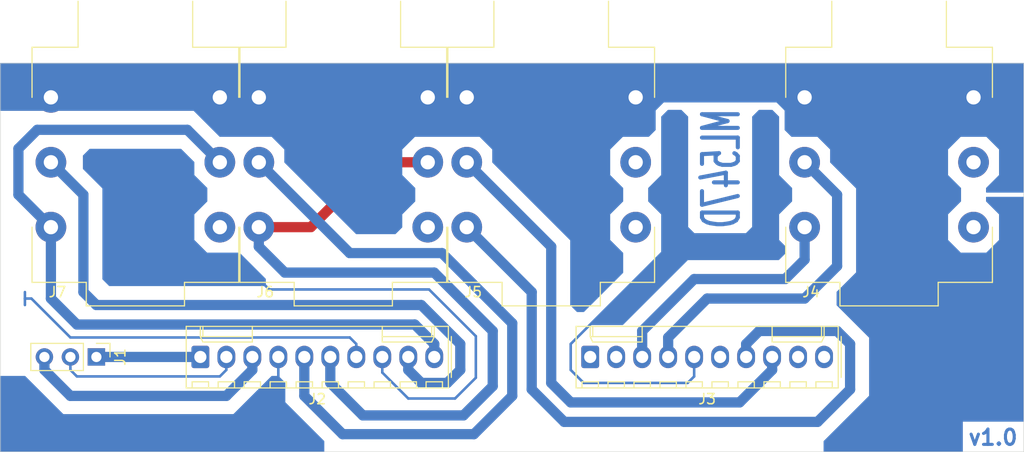
<source format=kicad_pcb>
(kicad_pcb (version 20171130) (host pcbnew 5.1.7-a382d34a8~87~ubuntu16.04.1)

  (general
    (thickness 1.6)
    (drawings 13)
    (tracks 119)
    (zones 0)
    (modules 7)
    (nets 28)
  )

  (page A4)
  (layers
    (0 F.Cu signal)
    (31 B.Cu signal)
    (32 B.Adhes user)
    (33 F.Adhes user)
    (34 B.Paste user)
    (35 F.Paste user)
    (36 B.SilkS user)
    (37 F.SilkS user)
    (38 B.Mask user)
    (39 F.Mask user)
    (40 Dwgs.User user)
    (41 Cmts.User user)
    (42 Eco1.User user)
    (43 Eco2.User user)
    (44 Edge.Cuts user)
    (45 Margin user)
    (46 B.CrtYd user)
    (47 F.CrtYd user)
    (48 B.Fab user)
    (49 F.Fab user)
  )

  (setup
    (last_trace_width 0.25)
    (user_trace_width 1)
    (user_trace_width 4)
    (trace_clearance 0.2)
    (zone_clearance 0.508)
    (zone_45_only no)
    (trace_min 0.2)
    (via_size 0.8)
    (via_drill 0.4)
    (via_min_size 0.4)
    (via_min_drill 0.3)
    (uvia_size 0.3)
    (uvia_drill 0.1)
    (uvias_allowed no)
    (uvia_min_size 0.2)
    (uvia_min_drill 0.1)
    (edge_width 0.05)
    (segment_width 0.2)
    (pcb_text_width 0.3)
    (pcb_text_size 1.5 1.5)
    (mod_edge_width 0.12)
    (mod_text_size 1 1)
    (mod_text_width 0.15)
    (pad_size 1.524 1.524)
    (pad_drill 0.762)
    (pad_to_mask_clearance 0)
    (aux_axis_origin 0 0)
    (visible_elements FFFFFF7F)
    (pcbplotparams
      (layerselection 0x010fc_ffffffff)
      (usegerberextensions false)
      (usegerberattributes true)
      (usegerberadvancedattributes true)
      (creategerberjobfile true)
      (excludeedgelayer true)
      (linewidth 0.100000)
      (plotframeref false)
      (viasonmask false)
      (mode 1)
      (useauxorigin false)
      (hpglpennumber 1)
      (hpglpenspeed 20)
      (hpglpendiameter 15.000000)
      (psnegative false)
      (psa4output false)
      (plotreference true)
      (plotvalue true)
      (plotinvisibletext false)
      (padsonsilk false)
      (subtractmaskfromsilk false)
      (outputformat 1)
      (mirror false)
      (drillshape 1)
      (scaleselection 1)
      (outputdirectory ""))
  )

  (net 0 "")
  (net 1 "Net-(J1-Pad2)")
  (net 2 "Net-(J1-Pad1)")
  (net 3 "Net-(J2-Pad7)")
  (net 4 "Net-(J2-Pad6)")
  (net 5 "Net-(J2-Pad5)")
  (net 6 "Net-(J2-Pad4)")
  (net 7 "Net-(J3-Pad10)")
  (net 8 "Net-(J3-Pad9)")
  (net 9 "Net-(J3-Pad8)")
  (net 10 "Net-(J3-Pad7)")
  (net 11 "Net-(J3-Pad6)")
  (net 12 "Net-(J3-Pad5)")
  (net 13 "Net-(J3-Pad4)")
  (net 14 "Net-(J3-Pad3)")
  (net 15 "Net-(J3-Pad2)")
  (net 16 "Net-(J3-Pad1)")
  (net 17 "Net-(J4-PadS)")
  (net 18 "Net-(J4-PadRN)")
  (net 19 "Net-(J4-PadTN)")
  (net 20 "Net-(J5-PadRN)")
  (net 21 "Net-(J5-PadTN)")
  (net 22 "Net-(J6-PadTN)")
  (net 23 "Net-(J7-PadTN)")
  (net 24 "Net-(J1-Pad3)")
  (net 25 "Net-(J2-Pad10)")
  (net 26 "Net-(J2-Pad9)")
  (net 27 "Net-(J2-Pad8)")

  (net_class Default "This is the default net class."
    (clearance 0.2)
    (trace_width 0.25)
    (via_dia 0.8)
    (via_drill 0.4)
    (uvia_dia 0.3)
    (uvia_drill 0.1)
    (add_net "Net-(J1-Pad1)")
    (add_net "Net-(J1-Pad2)")
    (add_net "Net-(J1-Pad3)")
    (add_net "Net-(J2-Pad10)")
    (add_net "Net-(J2-Pad4)")
    (add_net "Net-(J2-Pad5)")
    (add_net "Net-(J2-Pad6)")
    (add_net "Net-(J2-Pad7)")
    (add_net "Net-(J2-Pad8)")
    (add_net "Net-(J2-Pad9)")
    (add_net "Net-(J3-Pad1)")
    (add_net "Net-(J3-Pad10)")
    (add_net "Net-(J3-Pad2)")
    (add_net "Net-(J3-Pad3)")
    (add_net "Net-(J3-Pad4)")
    (add_net "Net-(J3-Pad5)")
    (add_net "Net-(J3-Pad6)")
    (add_net "Net-(J3-Pad7)")
    (add_net "Net-(J3-Pad8)")
    (add_net "Net-(J3-Pad9)")
    (add_net "Net-(J4-PadRN)")
    (add_net "Net-(J4-PadS)")
    (add_net "Net-(J4-PadTN)")
    (add_net "Net-(J5-PadRN)")
    (add_net "Net-(J5-PadTN)")
    (add_net "Net-(J6-PadTN)")
    (add_net "Net-(J7-PadTN)")
  )

  (module TAC:CL13345 (layer F.Cu) (tedit 5F96A063) (tstamp 5FB74365)
    (at 116.84 147.32 90)
    (path /5FB1B38E)
    (fp_text reference J4 (at -19.05 -7.62 180) (layer F.SilkS)
      (effects (font (size 1 1) (thickness 0.15)))
    )
    (fp_text value "Input R" (at -6.35 -1.27 270) (layer F.Fab)
      (effects (font (size 1 1) (thickness 0.15)))
    )
    (fp_line (start -18.1 10.1) (end -12.7 10.1) (layer F.SilkS) (width 0.12))
    (fp_line (start -18.1 4.8) (end -18.1 10.1) (layer F.SilkS) (width 0.12))
    (fp_line (start -20.4 4.8) (end -18.1 4.8) (layer F.SilkS) (width 0.12))
    (fp_line (start -20.4 -4.8) (end -20.4 4.8) (layer F.SilkS) (width 0.12))
    (fp_line (start -18.1 -4.8) (end -20.4 -4.8) (layer F.SilkS) (width 0.12))
    (fp_line (start -18.1 -10.1) (end -18.1 -4.8) (layer F.SilkS) (width 0.12))
    (fp_line (start -12.7 -10.1) (end -18.1 -10.1) (layer F.SilkS) (width 0.12))
    (fp_line (start 4.9 10.1) (end 0 10.1) (layer F.SilkS) (width 0.12))
    (fp_line (start 4.9 5.6) (end 4.9 10.1) (layer F.SilkS) (width 0.12))
    (fp_line (start 9.4 5.6) (end 4.9 5.6) (layer F.SilkS) (width 0.12))
    (fp_line (start 4.9 -10.1) (end 0 -10.1) (layer F.SilkS) (width 0.12))
    (fp_line (start 4.9 -5.6) (end 4.9 -10.1) (layer F.SilkS) (width 0.12))
    (fp_line (start 9.4 -5.6) (end 4.9 -5.6) (layer F.SilkS) (width 0.12))
    (fp_line (start 9.4 5.5) (end 4.8 5.5) (layer F.Fab) (width 0.12))
    (fp_line (start 9.4 -5.5) (end 4.8 -5.5) (layer F.Fab) (width 0.12))
    (fp_line (start 9.4 5.5) (end 9.4 -5.5) (layer F.Fab) (width 0.12))
    (fp_line (start -20.3 4.7) (end -18 4.7) (layer F.Fab) (width 0.12))
    (fp_line (start -20.3 -4.7) (end -18 -4.7) (layer F.Fab) (width 0.12))
    (fp_line (start -20.3 4.7) (end -20.3 -4.7) (layer F.Fab) (width 0.12))
    (fp_line (start -18 10) (end 4.8 10) (layer F.Fab) (width 0.12))
    (fp_line (start -18 -10) (end -18 10) (layer F.Fab) (width 0.12))
    (fp_line (start 4.8 -10) (end -18 -10) (layer F.Fab) (width 0.12))
    (fp_line (start 4.8 -10) (end 4.8 10) (layer F.Fab) (width 0.12))
    (fp_line (start -20.5 -10.1) (end 9.5 -10.1) (layer F.CrtYd) (width 0.05))
    (fp_line (start 9.5 -10.1) (end 9.5 10.1) (layer F.CrtYd) (width 0.05))
    (fp_line (start 9.5 10.1) (end -20.5 10.1) (layer F.CrtYd) (width 0.05))
    (fp_line (start -20.5 10.1) (end -20.5 -10.1) (layer F.CrtYd) (width 0.05))
    (fp_text user Jack_6.35mm_Cliff_CL13345 (at -6.35 1.27 90) (layer F.Fab)
      (effects (font (size 1 1) (thickness 0.15)))
    )
    (pad S thru_hole circle (at 0 -8.255 180) (size 3 3) (drill 1.4) (layers *.Cu *.Mask)
      (net 17 "Net-(J4-PadS)"))
    (pad T thru_hole circle (at -12.7 -8.255 180) (size 3 3) (drill 1.4) (layers *.Cu *.Mask)
      (net 14 "Net-(J3-Pad3)"))
    (pad R thru_hole circle (at -6.35 -8.255 180) (size 3 3) (drill 1.4) (layers *.Cu *.Mask)
      (net 13 "Net-(J3-Pad4)"))
    (pad SN thru_hole circle (at 0 8.255 180) (size 3 3) (drill 1.4) (layers *.Cu *.Mask)
      (net 17 "Net-(J4-PadS)"))
    (pad RN thru_hole circle (at -6.35 8.255 180) (size 3 3) (drill 1.4) (layers *.Cu *.Mask)
      (net 18 "Net-(J4-PadRN)"))
    (pad TN thru_hole circle (at -12.7 8.255 180) (size 3 3) (drill 1.4) (layers *.Cu *.Mask)
      (net 19 "Net-(J4-PadTN)"))
    (model ${KIPRJMOD}/local-libs/local-3dmodels/CL13345.step
      (offset (xyz -18 -10 0))
      (scale (xyz 1 1 1))
      (rotate (xyz 0 0 -90))
    )
  )

  (module TAC:CL13345 (layer F.Cu) (tedit 5F96A063) (tstamp 5FB73A11)
    (at 83.82 147.32 90)
    (path /5FB1BE3F)
    (fp_text reference J5 (at -19.05 -7.62 180) (layer F.SilkS)
      (effects (font (size 1 1) (thickness 0.15)))
    )
    (fp_text value "Input L" (at -6.35 -1.27 270) (layer F.Fab)
      (effects (font (size 1 1) (thickness 0.15)))
    )
    (fp_line (start -18.1 10.1) (end -12.7 10.1) (layer F.SilkS) (width 0.12))
    (fp_line (start -18.1 4.8) (end -18.1 10.1) (layer F.SilkS) (width 0.12))
    (fp_line (start -20.4 4.8) (end -18.1 4.8) (layer F.SilkS) (width 0.12))
    (fp_line (start -20.4 -4.8) (end -20.4 4.8) (layer F.SilkS) (width 0.12))
    (fp_line (start -18.1 -4.8) (end -20.4 -4.8) (layer F.SilkS) (width 0.12))
    (fp_line (start -18.1 -10.1) (end -18.1 -4.8) (layer F.SilkS) (width 0.12))
    (fp_line (start -12.7 -10.1) (end -18.1 -10.1) (layer F.SilkS) (width 0.12))
    (fp_line (start 4.9 10.1) (end 0 10.1) (layer F.SilkS) (width 0.12))
    (fp_line (start 4.9 5.6) (end 4.9 10.1) (layer F.SilkS) (width 0.12))
    (fp_line (start 9.4 5.6) (end 4.9 5.6) (layer F.SilkS) (width 0.12))
    (fp_line (start 4.9 -10.1) (end 0 -10.1) (layer F.SilkS) (width 0.12))
    (fp_line (start 4.9 -5.6) (end 4.9 -10.1) (layer F.SilkS) (width 0.12))
    (fp_line (start 9.4 -5.6) (end 4.9 -5.6) (layer F.SilkS) (width 0.12))
    (fp_line (start 9.4 5.5) (end 4.8 5.5) (layer F.Fab) (width 0.12))
    (fp_line (start 9.4 -5.5) (end 4.8 -5.5) (layer F.Fab) (width 0.12))
    (fp_line (start 9.4 5.5) (end 9.4 -5.5) (layer F.Fab) (width 0.12))
    (fp_line (start -20.3 4.7) (end -18 4.7) (layer F.Fab) (width 0.12))
    (fp_line (start -20.3 -4.7) (end -18 -4.7) (layer F.Fab) (width 0.12))
    (fp_line (start -20.3 4.7) (end -20.3 -4.7) (layer F.Fab) (width 0.12))
    (fp_line (start -18 10) (end 4.8 10) (layer F.Fab) (width 0.12))
    (fp_line (start -18 -10) (end -18 10) (layer F.Fab) (width 0.12))
    (fp_line (start 4.8 -10) (end -18 -10) (layer F.Fab) (width 0.12))
    (fp_line (start 4.8 -10) (end 4.8 10) (layer F.Fab) (width 0.12))
    (fp_line (start -20.5 -10.1) (end 9.5 -10.1) (layer F.CrtYd) (width 0.05))
    (fp_line (start 9.5 -10.1) (end 9.5 10.1) (layer F.CrtYd) (width 0.05))
    (fp_line (start 9.5 10.1) (end -20.5 10.1) (layer F.CrtYd) (width 0.05))
    (fp_line (start -20.5 10.1) (end -20.5 -10.1) (layer F.CrtYd) (width 0.05))
    (fp_text user Jack_6.35mm_Cliff_CL13345 (at -6.35 1.27 90) (layer F.Fab)
      (effects (font (size 1 1) (thickness 0.15)))
    )
    (pad S thru_hole circle (at 0 -8.255 180) (size 3 3) (drill 1.4) (layers *.Cu *.Mask)
      (net 17 "Net-(J4-PadS)"))
    (pad T thru_hole circle (at -12.7 -8.255 180) (size 3 3) (drill 1.4) (layers *.Cu *.Mask)
      (net 10 "Net-(J3-Pad7)"))
    (pad R thru_hole circle (at -6.35 -8.255 180) (size 3 3) (drill 1.4) (layers *.Cu *.Mask)
      (net 9 "Net-(J3-Pad8)"))
    (pad SN thru_hole circle (at 0 8.255 180) (size 3 3) (drill 1.4) (layers *.Cu *.Mask)
      (net 17 "Net-(J4-PadS)"))
    (pad RN thru_hole circle (at -6.35 8.255 180) (size 3 3) (drill 1.4) (layers *.Cu *.Mask)
      (net 20 "Net-(J5-PadRN)"))
    (pad TN thru_hole circle (at -12.7 8.255 180) (size 3 3) (drill 1.4) (layers *.Cu *.Mask)
      (net 21 "Net-(J5-PadTN)"))
    (model ${KIPRJMOD}/local-libs/local-3dmodels/CL13345.step
      (offset (xyz -18 -10 0))
      (scale (xyz 1 1 1))
      (rotate (xyz 0 0 -90))
    )
  )

  (module TAC:CL13345 (layer F.Cu) (tedit 5F96A063) (tstamp 5FB73A37)
    (at 63.5 147.32 90)
    (path /5FB1CCFA)
    (fp_text reference J6 (at -19.05 -7.62 180) (layer F.SilkS)
      (effects (font (size 1 1) (thickness 0.15)))
    )
    (fp_text value "Insert R" (at -6.35 -1.27 270) (layer F.Fab)
      (effects (font (size 1 1) (thickness 0.15)))
    )
    (fp_line (start -18.1 10.1) (end -12.7 10.1) (layer F.SilkS) (width 0.12))
    (fp_line (start -18.1 4.8) (end -18.1 10.1) (layer F.SilkS) (width 0.12))
    (fp_line (start -20.4 4.8) (end -18.1 4.8) (layer F.SilkS) (width 0.12))
    (fp_line (start -20.4 -4.8) (end -20.4 4.8) (layer F.SilkS) (width 0.12))
    (fp_line (start -18.1 -4.8) (end -20.4 -4.8) (layer F.SilkS) (width 0.12))
    (fp_line (start -18.1 -10.1) (end -18.1 -4.8) (layer F.SilkS) (width 0.12))
    (fp_line (start -12.7 -10.1) (end -18.1 -10.1) (layer F.SilkS) (width 0.12))
    (fp_line (start 4.9 10.1) (end 0 10.1) (layer F.SilkS) (width 0.12))
    (fp_line (start 4.9 5.6) (end 4.9 10.1) (layer F.SilkS) (width 0.12))
    (fp_line (start 9.4 5.6) (end 4.9 5.6) (layer F.SilkS) (width 0.12))
    (fp_line (start 4.9 -10.1) (end 0 -10.1) (layer F.SilkS) (width 0.12))
    (fp_line (start 4.9 -5.6) (end 4.9 -10.1) (layer F.SilkS) (width 0.12))
    (fp_line (start 9.4 -5.6) (end 4.9 -5.6) (layer F.SilkS) (width 0.12))
    (fp_line (start 9.4 5.5) (end 4.8 5.5) (layer F.Fab) (width 0.12))
    (fp_line (start 9.4 -5.5) (end 4.8 -5.5) (layer F.Fab) (width 0.12))
    (fp_line (start 9.4 5.5) (end 9.4 -5.5) (layer F.Fab) (width 0.12))
    (fp_line (start -20.3 4.7) (end -18 4.7) (layer F.Fab) (width 0.12))
    (fp_line (start -20.3 -4.7) (end -18 -4.7) (layer F.Fab) (width 0.12))
    (fp_line (start -20.3 4.7) (end -20.3 -4.7) (layer F.Fab) (width 0.12))
    (fp_line (start -18 10) (end 4.8 10) (layer F.Fab) (width 0.12))
    (fp_line (start -18 -10) (end -18 10) (layer F.Fab) (width 0.12))
    (fp_line (start 4.8 -10) (end -18 -10) (layer F.Fab) (width 0.12))
    (fp_line (start 4.8 -10) (end 4.8 10) (layer F.Fab) (width 0.12))
    (fp_line (start -20.5 -10.1) (end 9.5 -10.1) (layer F.CrtYd) (width 0.05))
    (fp_line (start 9.5 -10.1) (end 9.5 10.1) (layer F.CrtYd) (width 0.05))
    (fp_line (start 9.5 10.1) (end -20.5 10.1) (layer F.CrtYd) (width 0.05))
    (fp_line (start -20.5 10.1) (end -20.5 -10.1) (layer F.CrtYd) (width 0.05))
    (fp_text user Jack_6.35mm_Cliff_CL13345 (at -6.35 1.27 90) (layer F.Fab)
      (effects (font (size 1 1) (thickness 0.15)))
    )
    (pad S thru_hole circle (at 0 -8.255 180) (size 3 3) (drill 1.4) (layers *.Cu *.Mask)
      (net 17 "Net-(J4-PadS)"))
    (pad T thru_hole circle (at -12.7 -8.255 180) (size 3 3) (drill 1.4) (layers *.Cu *.Mask)
      (net 4 "Net-(J2-Pad6)"))
    (pad R thru_hole circle (at -6.35 -8.255 180) (size 3 3) (drill 1.4) (layers *.Cu *.Mask)
      (net 5 "Net-(J2-Pad5)"))
    (pad SN thru_hole circle (at 0 8.255 180) (size 3 3) (drill 1.4) (layers *.Cu *.Mask)
      (net 17 "Net-(J4-PadS)"))
    (pad RN thru_hole circle (at -6.35 8.255 180) (size 3 3) (drill 1.4) (layers *.Cu *.Mask)
      (net 4 "Net-(J2-Pad6)"))
    (pad TN thru_hole circle (at -12.7 8.255 180) (size 3 3) (drill 1.4) (layers *.Cu *.Mask)
      (net 22 "Net-(J6-PadTN)"))
    (model ${KIPRJMOD}/local-libs/local-3dmodels/CL13345.step
      (offset (xyz -18 -10 0))
      (scale (xyz 1 1 1))
      (rotate (xyz 0 0 -90))
    )
  )

  (module TAC:CL13345 (layer F.Cu) (tedit 5F96A063) (tstamp 5FB73A5D)
    (at 43.18 147.32 90)
    (path /5FB1DA45)
    (fp_text reference J7 (at -19.05 -7.62 180) (layer F.SilkS)
      (effects (font (size 1 1) (thickness 0.15)))
    )
    (fp_text value "Insert L" (at -6.35 -1.27 270) (layer F.Fab)
      (effects (font (size 1 1) (thickness 0.15)))
    )
    (fp_line (start -18.1 10.1) (end -12.7 10.1) (layer F.SilkS) (width 0.12))
    (fp_line (start -18.1 4.8) (end -18.1 10.1) (layer F.SilkS) (width 0.12))
    (fp_line (start -20.4 4.8) (end -18.1 4.8) (layer F.SilkS) (width 0.12))
    (fp_line (start -20.4 -4.8) (end -20.4 4.8) (layer F.SilkS) (width 0.12))
    (fp_line (start -18.1 -4.8) (end -20.4 -4.8) (layer F.SilkS) (width 0.12))
    (fp_line (start -18.1 -10.1) (end -18.1 -4.8) (layer F.SilkS) (width 0.12))
    (fp_line (start -12.7 -10.1) (end -18.1 -10.1) (layer F.SilkS) (width 0.12))
    (fp_line (start 4.9 10.1) (end 0 10.1) (layer F.SilkS) (width 0.12))
    (fp_line (start 4.9 5.6) (end 4.9 10.1) (layer F.SilkS) (width 0.12))
    (fp_line (start 9.4 5.6) (end 4.9 5.6) (layer F.SilkS) (width 0.12))
    (fp_line (start 4.9 -10.1) (end 0 -10.1) (layer F.SilkS) (width 0.12))
    (fp_line (start 4.9 -5.6) (end 4.9 -10.1) (layer F.SilkS) (width 0.12))
    (fp_line (start 9.4 -5.6) (end 4.9 -5.6) (layer F.SilkS) (width 0.12))
    (fp_line (start 9.4 5.5) (end 4.8 5.5) (layer F.Fab) (width 0.12))
    (fp_line (start 9.4 -5.5) (end 4.8 -5.5) (layer F.Fab) (width 0.12))
    (fp_line (start 9.4 5.5) (end 9.4 -5.5) (layer F.Fab) (width 0.12))
    (fp_line (start -20.3 4.7) (end -18 4.7) (layer F.Fab) (width 0.12))
    (fp_line (start -20.3 -4.7) (end -18 -4.7) (layer F.Fab) (width 0.12))
    (fp_line (start -20.3 4.7) (end -20.3 -4.7) (layer F.Fab) (width 0.12))
    (fp_line (start -18 10) (end 4.8 10) (layer F.Fab) (width 0.12))
    (fp_line (start -18 -10) (end -18 10) (layer F.Fab) (width 0.12))
    (fp_line (start 4.8 -10) (end -18 -10) (layer F.Fab) (width 0.12))
    (fp_line (start 4.8 -10) (end 4.8 10) (layer F.Fab) (width 0.12))
    (fp_line (start -20.5 -10.1) (end 9.5 -10.1) (layer F.CrtYd) (width 0.05))
    (fp_line (start 9.5 -10.1) (end 9.5 10.1) (layer F.CrtYd) (width 0.05))
    (fp_line (start 9.5 10.1) (end -20.5 10.1) (layer F.CrtYd) (width 0.05))
    (fp_line (start -20.5 10.1) (end -20.5 -10.1) (layer F.CrtYd) (width 0.05))
    (fp_text user Jack_6.35mm_Cliff_CL13345 (at -6.35 1.27 90) (layer F.Fab)
      (effects (font (size 1 1) (thickness 0.15)))
    )
    (pad S thru_hole circle (at 0 -8.255 180) (size 3 3) (drill 1.4) (layers *.Cu *.Mask)
      (net 17 "Net-(J4-PadS)"))
    (pad T thru_hole circle (at -12.7 -8.255 180) (size 3 3) (drill 1.4) (layers *.Cu *.Mask)
      (net 25 "Net-(J2-Pad10)"))
    (pad R thru_hole circle (at -6.35 -8.255 180) (size 3 3) (drill 1.4) (layers *.Cu *.Mask)
      (net 26 "Net-(J2-Pad9)"))
    (pad SN thru_hole circle (at 0 8.255 180) (size 3 3) (drill 1.4) (layers *.Cu *.Mask)
      (net 17 "Net-(J4-PadS)"))
    (pad RN thru_hole circle (at -6.35 8.255 180) (size 3 3) (drill 1.4) (layers *.Cu *.Mask)
      (net 25 "Net-(J2-Pad10)"))
    (pad TN thru_hole circle (at -12.7 8.255 180) (size 3 3) (drill 1.4) (layers *.Cu *.Mask)
      (net 23 "Net-(J7-PadTN)"))
    (model ${KIPRJMOD}/local-libs/local-3dmodels/CL13345.step
      (offset (xyz -18 -10 0))
      (scale (xyz 1 1 1))
      (rotate (xyz 0 0 -90))
    )
  )

  (module TAC:Molex_KK-254_AE-6410-10A_1x10_P2.54mm_Vertical_reversed (layer F.Cu) (tedit 5FB7B9B0) (tstamp 5FB748FA)
    (at 110.49 172.72 180)
    (descr "Molex KK-254 Interconnect System, old/engineering part number: AE-6410-10A example for new part number: 22-27-2101, 10 Pins (http://www.molex.com/pdm_docs/sd/022272021_sd.pdf), generated with kicad-footprint-generator")
    (tags "connector Molex KK-254 vertical")
    (path /5FB17876)
    (fp_text reference J3 (at 11.43 -4.12 180) (layer F.SilkS)
      (effects (font (size 1 1) (thickness 0.15)))
    )
    (fp_text value Ribbon (at 11.43 4.08 180) (layer F.Fab)
      (effects (font (size 1 1) (thickness 0.15)))
    )
    (fp_line (start 24.63 -3.42) (end -1.77 -3.42) (layer F.CrtYd) (width 0.05))
    (fp_line (start 24.63 3.38) (end 24.63 -3.42) (layer F.CrtYd) (width 0.05))
    (fp_line (start -1.77 3.38) (end 24.63 3.38) (layer F.CrtYd) (width 0.05))
    (fp_line (start -1.77 -3.42) (end -1.77 3.38) (layer F.CrtYd) (width 0.05))
    (fp_line (start 23.66 -2.43) (end 23.66 -3.03) (layer F.SilkS) (width 0.12))
    (fp_line (start 22.06 -2.43) (end 23.66 -2.43) (layer F.SilkS) (width 0.12))
    (fp_line (start 22.06 -3.03) (end 22.06 -2.43) (layer F.SilkS) (width 0.12))
    (fp_line (start 21.12 -2.43) (end 21.12 -3.03) (layer F.SilkS) (width 0.12))
    (fp_line (start 19.52 -2.43) (end 21.12 -2.43) (layer F.SilkS) (width 0.12))
    (fp_line (start 19.52 -3.03) (end 19.52 -2.43) (layer F.SilkS) (width 0.12))
    (fp_line (start 18.58 -2.43) (end 18.58 -3.03) (layer F.SilkS) (width 0.12))
    (fp_line (start 16.98 -2.43) (end 18.58 -2.43) (layer F.SilkS) (width 0.12))
    (fp_line (start 16.98 -3.03) (end 16.98 -2.43) (layer F.SilkS) (width 0.12))
    (fp_line (start 16.04 -2.43) (end 16.04 -3.03) (layer F.SilkS) (width 0.12))
    (fp_line (start 14.44 -2.43) (end 16.04 -2.43) (layer F.SilkS) (width 0.12))
    (fp_line (start 14.44 -3.03) (end 14.44 -2.43) (layer F.SilkS) (width 0.12))
    (fp_line (start 13.5 -2.43) (end 13.5 -3.03) (layer F.SilkS) (width 0.12))
    (fp_line (start 11.9 -2.43) (end 13.5 -2.43) (layer F.SilkS) (width 0.12))
    (fp_line (start 11.9 -3.03) (end 11.9 -2.43) (layer F.SilkS) (width 0.12))
    (fp_line (start 10.96 -2.43) (end 10.96 -3.03) (layer F.SilkS) (width 0.12))
    (fp_line (start 9.36 -2.43) (end 10.96 -2.43) (layer F.SilkS) (width 0.12))
    (fp_line (start 9.36 -3.03) (end 9.36 -2.43) (layer F.SilkS) (width 0.12))
    (fp_line (start 8.42 -2.43) (end 8.42 -3.03) (layer F.SilkS) (width 0.12))
    (fp_line (start 6.82 -2.43) (end 8.42 -2.43) (layer F.SilkS) (width 0.12))
    (fp_line (start 6.82 -3.03) (end 6.82 -2.43) (layer F.SilkS) (width 0.12))
    (fp_line (start 5.88 -2.43) (end 5.88 -3.03) (layer F.SilkS) (width 0.12))
    (fp_line (start 4.28 -2.43) (end 5.88 -2.43) (layer F.SilkS) (width 0.12))
    (fp_line (start 4.28 -3.03) (end 4.28 -2.43) (layer F.SilkS) (width 0.12))
    (fp_line (start 3.34 -2.43) (end 3.34 -3.03) (layer F.SilkS) (width 0.12))
    (fp_line (start 1.74 -2.43) (end 3.34 -2.43) (layer F.SilkS) (width 0.12))
    (fp_line (start 1.74 -3.03) (end 1.74 -2.43) (layer F.SilkS) (width 0.12))
    (fp_line (start 0.8 -2.43) (end 0.8 -3.03) (layer F.SilkS) (width 0.12))
    (fp_line (start -0.8 -2.43) (end 0.8 -2.43) (layer F.SilkS) (width 0.12))
    (fp_line (start -0.8 -3.03) (end -0.8 -2.43) (layer F.SilkS) (width 0.12))
    (fp_line (start 22.61 2.99) (end 22.61 1.99) (layer F.SilkS) (width 0.12))
    (fp_line (start 17.78 1.46) (end 17.78 1.99) (layer F.SilkS) (width 0.12))
    (fp_line (start 22.61 1.46) (end 17.78 1.46) (layer F.SilkS) (width 0.12))
    (fp_line (start 22.86 1.99) (end 22.61 1.46) (layer F.SilkS) (width 0.12))
    (fp_line (start 17.78 1.99) (end 17.78 2.99) (layer F.SilkS) (width 0.12))
    (fp_line (start 22.86 1.99) (end 17.78 1.99) (layer F.SilkS) (width 0.12))
    (fp_line (start 22.86 2.99) (end 22.86 1.99) (layer F.SilkS) (width 0.12))
    (fp_line (start 0.25 2.99) (end 0.25 1.99) (layer F.SilkS) (width 0.12))
    (fp_line (start 5.08 1.46) (end 5.08 1.99) (layer F.SilkS) (width 0.12))
    (fp_line (start 0.25 1.46) (end 5.08 1.46) (layer F.SilkS) (width 0.12))
    (fp_line (start 0 1.99) (end 0.25 1.46) (layer F.SilkS) (width 0.12))
    (fp_line (start 5.08 1.99) (end 5.08 2.99) (layer F.SilkS) (width 0.12))
    (fp_line (start 0 1.99) (end 5.08 1.99) (layer F.SilkS) (width 0.12))
    (fp_line (start 0 2.99) (end 0 1.99) (layer F.SilkS) (width 0.12))
    (fp_line (start -0.562893 0) (end -1.27 0.5) (layer F.Fab) (width 0.1))
    (fp_line (start -1.27 -0.5) (end -0.562893 0) (layer F.Fab) (width 0.1))
    (fp_line (start -1.67 -2) (end -1.67 2) (layer F.SilkS) (width 0.12))
    (fp_line (start 24.24 -3.03) (end -1.38 -3.03) (layer F.SilkS) (width 0.12))
    (fp_line (start 24.24 2.99) (end 24.24 -3.03) (layer F.SilkS) (width 0.12))
    (fp_line (start -1.38 2.99) (end 24.24 2.99) (layer F.SilkS) (width 0.12))
    (fp_line (start -1.38 -3.03) (end -1.38 2.99) (layer F.SilkS) (width 0.12))
    (fp_line (start 24.13 -2.92) (end -1.27 -2.92) (layer F.Fab) (width 0.1))
    (fp_line (start 24.13 2.88) (end 24.13 -2.92) (layer F.Fab) (width 0.1))
    (fp_line (start -1.27 2.88) (end 24.13 2.88) (layer F.Fab) (width 0.1))
    (fp_line (start -1.27 -2.92) (end -1.27 2.88) (layer F.Fab) (width 0.1))
    (fp_text user %R (at 11.43 -2.22 180) (layer F.Fab)
      (effects (font (size 1 1) (thickness 0.15)))
    )
    (pad 10 thru_hole oval (at 0 0 180) (size 1.74 2.19) (drill 1.19) (layers *.Cu *.Mask)
      (net 7 "Net-(J3-Pad10)"))
    (pad 9 thru_hole oval (at 2.54 0 180) (size 1.74 2.19) (drill 1.19) (layers *.Cu *.Mask)
      (net 8 "Net-(J3-Pad9)"))
    (pad 8 thru_hole oval (at 5.08 0 180) (size 1.74 2.19) (drill 1.19) (layers *.Cu *.Mask)
      (net 9 "Net-(J3-Pad8)"))
    (pad 7 thru_hole oval (at 7.62 0 180) (size 1.74 2.19) (drill 1.19) (layers *.Cu *.Mask)
      (net 10 "Net-(J3-Pad7)"))
    (pad 6 thru_hole oval (at 10.16 0 180) (size 1.74 2.19) (drill 1.19) (layers *.Cu *.Mask)
      (net 11 "Net-(J3-Pad6)"))
    (pad 5 thru_hole oval (at 12.7 0 180) (size 1.74 2.19) (drill 1.19) (layers *.Cu *.Mask)
      (net 12 "Net-(J3-Pad5)"))
    (pad 4 thru_hole oval (at 15.24 0 180) (size 1.74 2.19) (drill 1.19) (layers *.Cu *.Mask)
      (net 13 "Net-(J3-Pad4)"))
    (pad 3 thru_hole oval (at 17.78 0 180) (size 1.74 2.19) (drill 1.19) (layers *.Cu *.Mask)
      (net 14 "Net-(J3-Pad3)"))
    (pad 2 thru_hole oval (at 20.32 0 180) (size 1.74 2.19) (drill 1.19) (layers *.Cu *.Mask)
      (net 15 "Net-(J3-Pad2)"))
    (pad 1 thru_hole roundrect (at 22.86 0 180) (size 1.74 2.19) (drill 1.19) (layers *.Cu *.Mask) (roundrect_rratio 0.144)
      (net 16 "Net-(J3-Pad1)"))
    (model ${KISYS3DMOD}/Connector_Molex.3dshapes/Molex_KK-254_AE-6410-10A_1x10_P2.54mm_Vertical.wrl
      (at (xyz 0 0 0))
      (scale (xyz 1 1 1))
      (rotate (xyz 0 0 0))
    )
  )

  (module TAC:Molex_KK-254_AE-6410-10A_1x10_P2.54mm_Vertical_reversed (layer F.Cu) (tedit 5FB7B9B0) (tstamp 5FB7397B)
    (at 72.39 172.72 180)
    (descr "Molex KK-254 Interconnect System, old/engineering part number: AE-6410-10A example for new part number: 22-27-2101, 10 Pins (http://www.molex.com/pdm_docs/sd/022272021_sd.pdf), generated with kicad-footprint-generator")
    (tags "connector Molex KK-254 vertical")
    (path /5FB1AD9E)
    (fp_text reference J2 (at 11.43 -4.12 180) (layer F.SilkS)
      (effects (font (size 1 1) (thickness 0.15)))
    )
    (fp_text value Ribbon (at 11.43 4.08 180) (layer F.Fab)
      (effects (font (size 1 1) (thickness 0.15)))
    )
    (fp_line (start 24.63 -3.42) (end -1.77 -3.42) (layer F.CrtYd) (width 0.05))
    (fp_line (start 24.63 3.38) (end 24.63 -3.42) (layer F.CrtYd) (width 0.05))
    (fp_line (start -1.77 3.38) (end 24.63 3.38) (layer F.CrtYd) (width 0.05))
    (fp_line (start -1.77 -3.42) (end -1.77 3.38) (layer F.CrtYd) (width 0.05))
    (fp_line (start 23.66 -2.43) (end 23.66 -3.03) (layer F.SilkS) (width 0.12))
    (fp_line (start 22.06 -2.43) (end 23.66 -2.43) (layer F.SilkS) (width 0.12))
    (fp_line (start 22.06 -3.03) (end 22.06 -2.43) (layer F.SilkS) (width 0.12))
    (fp_line (start 21.12 -2.43) (end 21.12 -3.03) (layer F.SilkS) (width 0.12))
    (fp_line (start 19.52 -2.43) (end 21.12 -2.43) (layer F.SilkS) (width 0.12))
    (fp_line (start 19.52 -3.03) (end 19.52 -2.43) (layer F.SilkS) (width 0.12))
    (fp_line (start 18.58 -2.43) (end 18.58 -3.03) (layer F.SilkS) (width 0.12))
    (fp_line (start 16.98 -2.43) (end 18.58 -2.43) (layer F.SilkS) (width 0.12))
    (fp_line (start 16.98 -3.03) (end 16.98 -2.43) (layer F.SilkS) (width 0.12))
    (fp_line (start 16.04 -2.43) (end 16.04 -3.03) (layer F.SilkS) (width 0.12))
    (fp_line (start 14.44 -2.43) (end 16.04 -2.43) (layer F.SilkS) (width 0.12))
    (fp_line (start 14.44 -3.03) (end 14.44 -2.43) (layer F.SilkS) (width 0.12))
    (fp_line (start 13.5 -2.43) (end 13.5 -3.03) (layer F.SilkS) (width 0.12))
    (fp_line (start 11.9 -2.43) (end 13.5 -2.43) (layer F.SilkS) (width 0.12))
    (fp_line (start 11.9 -3.03) (end 11.9 -2.43) (layer F.SilkS) (width 0.12))
    (fp_line (start 10.96 -2.43) (end 10.96 -3.03) (layer F.SilkS) (width 0.12))
    (fp_line (start 9.36 -2.43) (end 10.96 -2.43) (layer F.SilkS) (width 0.12))
    (fp_line (start 9.36 -3.03) (end 9.36 -2.43) (layer F.SilkS) (width 0.12))
    (fp_line (start 8.42 -2.43) (end 8.42 -3.03) (layer F.SilkS) (width 0.12))
    (fp_line (start 6.82 -2.43) (end 8.42 -2.43) (layer F.SilkS) (width 0.12))
    (fp_line (start 6.82 -3.03) (end 6.82 -2.43) (layer F.SilkS) (width 0.12))
    (fp_line (start 5.88 -2.43) (end 5.88 -3.03) (layer F.SilkS) (width 0.12))
    (fp_line (start 4.28 -2.43) (end 5.88 -2.43) (layer F.SilkS) (width 0.12))
    (fp_line (start 4.28 -3.03) (end 4.28 -2.43) (layer F.SilkS) (width 0.12))
    (fp_line (start 3.34 -2.43) (end 3.34 -3.03) (layer F.SilkS) (width 0.12))
    (fp_line (start 1.74 -2.43) (end 3.34 -2.43) (layer F.SilkS) (width 0.12))
    (fp_line (start 1.74 -3.03) (end 1.74 -2.43) (layer F.SilkS) (width 0.12))
    (fp_line (start 0.8 -2.43) (end 0.8 -3.03) (layer F.SilkS) (width 0.12))
    (fp_line (start -0.8 -2.43) (end 0.8 -2.43) (layer F.SilkS) (width 0.12))
    (fp_line (start -0.8 -3.03) (end -0.8 -2.43) (layer F.SilkS) (width 0.12))
    (fp_line (start 22.61 2.99) (end 22.61 1.99) (layer F.SilkS) (width 0.12))
    (fp_line (start 17.78 1.46) (end 17.78 1.99) (layer F.SilkS) (width 0.12))
    (fp_line (start 22.61 1.46) (end 17.78 1.46) (layer F.SilkS) (width 0.12))
    (fp_line (start 22.86 1.99) (end 22.61 1.46) (layer F.SilkS) (width 0.12))
    (fp_line (start 17.78 1.99) (end 17.78 2.99) (layer F.SilkS) (width 0.12))
    (fp_line (start 22.86 1.99) (end 17.78 1.99) (layer F.SilkS) (width 0.12))
    (fp_line (start 22.86 2.99) (end 22.86 1.99) (layer F.SilkS) (width 0.12))
    (fp_line (start 0.25 2.99) (end 0.25 1.99) (layer F.SilkS) (width 0.12))
    (fp_line (start 5.08 1.46) (end 5.08 1.99) (layer F.SilkS) (width 0.12))
    (fp_line (start 0.25 1.46) (end 5.08 1.46) (layer F.SilkS) (width 0.12))
    (fp_line (start 0 1.99) (end 0.25 1.46) (layer F.SilkS) (width 0.12))
    (fp_line (start 5.08 1.99) (end 5.08 2.99) (layer F.SilkS) (width 0.12))
    (fp_line (start 0 1.99) (end 5.08 1.99) (layer F.SilkS) (width 0.12))
    (fp_line (start 0 2.99) (end 0 1.99) (layer F.SilkS) (width 0.12))
    (fp_line (start -0.562893 0) (end -1.27 0.5) (layer F.Fab) (width 0.1))
    (fp_line (start -1.27 -0.5) (end -0.562893 0) (layer F.Fab) (width 0.1))
    (fp_line (start -1.67 -2) (end -1.67 2) (layer F.SilkS) (width 0.12))
    (fp_line (start 24.24 -3.03) (end -1.38 -3.03) (layer F.SilkS) (width 0.12))
    (fp_line (start 24.24 2.99) (end 24.24 -3.03) (layer F.SilkS) (width 0.12))
    (fp_line (start -1.38 2.99) (end 24.24 2.99) (layer F.SilkS) (width 0.12))
    (fp_line (start -1.38 -3.03) (end -1.38 2.99) (layer F.SilkS) (width 0.12))
    (fp_line (start 24.13 -2.92) (end -1.27 -2.92) (layer F.Fab) (width 0.1))
    (fp_line (start 24.13 2.88) (end 24.13 -2.92) (layer F.Fab) (width 0.1))
    (fp_line (start -1.27 2.88) (end 24.13 2.88) (layer F.Fab) (width 0.1))
    (fp_line (start -1.27 -2.92) (end -1.27 2.88) (layer F.Fab) (width 0.1))
    (fp_text user %R (at 11.43 -2.22 180) (layer F.Fab)
      (effects (font (size 1 1) (thickness 0.15)))
    )
    (pad 10 thru_hole oval (at 0 0 180) (size 1.74 2.19) (drill 1.19) (layers *.Cu *.Mask)
      (net 25 "Net-(J2-Pad10)"))
    (pad 9 thru_hole oval (at 2.54 0 180) (size 1.74 2.19) (drill 1.19) (layers *.Cu *.Mask)
      (net 26 "Net-(J2-Pad9)"))
    (pad 8 thru_hole oval (at 5.08 0 180) (size 1.74 2.19) (drill 1.19) (layers *.Cu *.Mask)
      (net 27 "Net-(J2-Pad8)"))
    (pad 7 thru_hole oval (at 7.62 0 180) (size 1.74 2.19) (drill 1.19) (layers *.Cu *.Mask)
      (net 3 "Net-(J2-Pad7)"))
    (pad 6 thru_hole oval (at 10.16 0 180) (size 1.74 2.19) (drill 1.19) (layers *.Cu *.Mask)
      (net 4 "Net-(J2-Pad6)"))
    (pad 5 thru_hole oval (at 12.7 0 180) (size 1.74 2.19) (drill 1.19) (layers *.Cu *.Mask)
      (net 5 "Net-(J2-Pad5)"))
    (pad 4 thru_hole oval (at 15.24 0 180) (size 1.74 2.19) (drill 1.19) (layers *.Cu *.Mask)
      (net 6 "Net-(J2-Pad4)"))
    (pad 3 thru_hole oval (at 17.78 0 180) (size 1.74 2.19) (drill 1.19) (layers *.Cu *.Mask)
      (net 24 "Net-(J1-Pad3)"))
    (pad 2 thru_hole oval (at 20.32 0 180) (size 1.74 2.19) (drill 1.19) (layers *.Cu *.Mask)
      (net 1 "Net-(J1-Pad2)"))
    (pad 1 thru_hole roundrect (at 22.86 0 180) (size 1.74 2.19) (drill 1.19) (layers *.Cu *.Mask) (roundrect_rratio 0.144)
      (net 2 "Net-(J1-Pad1)"))
    (model ${KISYS3DMOD}/Connector_Molex.3dshapes/Molex_KK-254_AE-6410-10A_1x10_P2.54mm_Vertical.wrl
      (at (xyz 0 0 0))
      (scale (xyz 1 1 1))
      (rotate (xyz 0 0 0))
    )
  )

  (module Connector_PinHeader_2.54mm:PinHeader_1x03_P2.54mm_Vertical (layer F.Cu) (tedit 59FED5CC) (tstamp 5FB73DEB)
    (at 39.37 172.72 270)
    (descr "Through hole straight pin header, 1x03, 2.54mm pitch, single row")
    (tags "Through hole pin header THT 1x03 2.54mm single row")
    (path /5FB2386E)
    (fp_text reference J1 (at 0 -2.33 90) (layer F.SilkS)
      (effects (font (size 1 1) (thickness 0.15)))
    )
    (fp_text value "Direct Out" (at 0 7.41 90) (layer F.Fab)
      (effects (font (size 1 1) (thickness 0.15)))
    )
    (fp_line (start 1.8 -1.8) (end -1.8 -1.8) (layer F.CrtYd) (width 0.05))
    (fp_line (start 1.8 6.85) (end 1.8 -1.8) (layer F.CrtYd) (width 0.05))
    (fp_line (start -1.8 6.85) (end 1.8 6.85) (layer F.CrtYd) (width 0.05))
    (fp_line (start -1.8 -1.8) (end -1.8 6.85) (layer F.CrtYd) (width 0.05))
    (fp_line (start -1.33 -1.33) (end 0 -1.33) (layer F.SilkS) (width 0.12))
    (fp_line (start -1.33 0) (end -1.33 -1.33) (layer F.SilkS) (width 0.12))
    (fp_line (start -1.33 1.27) (end 1.33 1.27) (layer F.SilkS) (width 0.12))
    (fp_line (start 1.33 1.27) (end 1.33 6.41) (layer F.SilkS) (width 0.12))
    (fp_line (start -1.33 1.27) (end -1.33 6.41) (layer F.SilkS) (width 0.12))
    (fp_line (start -1.33 6.41) (end 1.33 6.41) (layer F.SilkS) (width 0.12))
    (fp_line (start -1.27 -0.635) (end -0.635 -1.27) (layer F.Fab) (width 0.1))
    (fp_line (start -1.27 6.35) (end -1.27 -0.635) (layer F.Fab) (width 0.1))
    (fp_line (start 1.27 6.35) (end -1.27 6.35) (layer F.Fab) (width 0.1))
    (fp_line (start 1.27 -1.27) (end 1.27 6.35) (layer F.Fab) (width 0.1))
    (fp_line (start -0.635 -1.27) (end 1.27 -1.27) (layer F.Fab) (width 0.1))
    (fp_text user %R (at 0 2.54) (layer F.Fab)
      (effects (font (size 1 1) (thickness 0.15)))
    )
    (pad 3 thru_hole oval (at 0 5.08 270) (size 1.7 1.7) (drill 1) (layers *.Cu *.Mask)
      (net 24 "Net-(J1-Pad3)"))
    (pad 2 thru_hole oval (at 0 2.54 270) (size 1.7 1.7) (drill 1) (layers *.Cu *.Mask)
      (net 1 "Net-(J1-Pad2)"))
    (pad 1 thru_hole rect (at 0 0 270) (size 1.7 1.7) (drill 1) (layers *.Cu *.Mask)
      (net 2 "Net-(J1-Pad1)"))
    (model ${KISYS3DMOD}/Connector_PinHeader_2.54mm.3dshapes/PinHeader_1x03_P2.54mm_Vertical.wrl
      (at (xyz 0 0 0))
      (scale (xyz 1 1 1))
      (rotate (xyz 0 0 0))
    )
  )

  (gr_poly (pts (xy 130 156.591) (xy 126.365 156.591) (xy 126.365 156.21) (xy 127.635 154.94) (xy 127.635 152.4) (xy 126.365 151.13) (xy 130 151.13)) (layer B.Cu) (width 0.1) (tstamp 5FC39E8F))
  (gr_text v1.0 (at 127 180.594) (layer B.Cu)
    (effects (font (size 1.5 1.5) (thickness 0.3)))
  )
  (gr_text ML547D (at 100.457 154.305 90) (layer B.Cu)
    (effects (font (size 3.5 2) (thickness 0.4)) (justify mirror))
  )
  (gr_poly (pts (xy 130 157.099) (xy 130 162.56) (xy 126.365 162.56) (xy 127.635 161.29) (xy 127.635 158.75) (xy 126.365 157.48) (xy 126.365 157.099)) (layer B.Cu) (width 0.1))
  (gr_poly (pts (xy 36.195 178.435) (xy 52.705 178.435) (xy 56.515 174.625) (xy 57.15 174.625) (xy 57.785 175.26) (xy 57.785 177.165) (xy 61.595 180.975) (xy 61.595 182) (xy 30 182) (xy 30 174.625) (xy 32.385 174.625)) (layer B.Cu) (width 0.1))
  (gr_poly (pts (xy 48.895 153.67) (xy 48.895 154.94) (xy 50.165 156.21) (xy 50.165 157.48) (xy 48.895 158.75) (xy 48.895 161.29) (xy 50.165 162.56) (xy 53.34 162.56) (xy 55.88 165.1) (xy 55.88 165.735) (xy 40.64 165.735) (xy 40.005 165.1) (xy 40.005 156.21) (xy 38.1 154.305) (xy 38.1 153.035) (xy 38.735 152.4) (xy 47.625 152.4)) (layer B.Cu) (width 0.1))
  (gr_poly (pts (xy 96.52 148.59) (xy 97.155 149.225) (xy 97.155 160.02) (xy 97.79 160.655) (xy 102.87 160.655) (xy 103.505 160.02) (xy 103.505 149.225) (xy 104.14 148.59) (xy 105.41 148.59) (xy 106.045 149.225) (xy 106.045 154.94) (xy 107.315 156.21) (xy 107.315 157.48) (xy 106.045 158.75) (xy 106.045 161.29) (xy 106.68 161.925) (xy 106.68 162.56) (xy 106.045 163.195) (xy 97.155 163.195) (xy 90.805 169.545) (xy 87.63 169.545) (xy 94.615 162.56) (xy 94.615 158.75) (xy 93.345 157.48) (xy 93.345 156.21) (xy 94.615 154.94) (xy 94.615 149.225) (xy 95.25 148.59)) (layer B.Cu) (width 0.1))
  (gr_poly (pts (xy 130 151.13) (xy 123.825 151.13) (xy 122.555 152.4) (xy 122.555 154.94) (xy 123.825 156.21) (xy 123.825 157.48) (xy 122.555 158.75) (xy 122.555 161.29) (xy 123.825 162.56) (xy 130 162.56) (xy 130 179) (xy 124 179) (xy 124 182) (xy 110.49 182) (xy 110.49 180.975) (xy 114.935 176.53) (xy 114.935 170.815) (xy 111.76 167.64) (xy 111.76 166.37) (xy 113.665 164.465) (xy 113.665 156.21) (xy 111.125 153.67) (xy 111.125 152.4) (xy 109.855 151.13) (xy 107.315 151.13) (xy 106.68 150.495) (xy 106.68 144) (xy 130 144)) (layer B.Cu) (width 0.1))
  (gr_poly (pts (xy 106.68 144) (xy 106.68 148.59) (xy 105.41 147.32) (xy 95.25 147.32) (xy 93.98 148.59) (xy 93.98 150.495) (xy 93.345 151.13) (xy 90.805 151.13) (xy 89.535 152.4) (xy 89.535 154.94) (xy 90.805 156.21) (xy 90.805 157.48) (xy 89.535 158.75) (xy 89.535 161.29) (xy 90.805 162.56) (xy 90.805 164.465) (xy 86.995 168.275) (xy 86.36 168.275) (xy 85.725 167.64) (xy 85.725 161.29) (xy 78.105 153.67) (xy 78.105 152.4) (xy 76.835 151.13) (xy 70.485 151.13) (xy 69.215 152.4) (xy 69.215 154.94) (xy 70.485 156.21) (xy 70.485 157.48) (xy 69.215 158.75) (xy 69.215 160.02) (xy 68.58 160.655) (xy 64.77 160.655) (xy 57.785 153.67) (xy 57.785 152.4) (xy 56.515 151.13) (xy 51.435 151.13) (xy 48.895 148.59) (xy 30 148.59) (xy 30 144)) (layer B.Cu) (width 0.1))
  (gr_line (start 30 144) (end 30 182) (layer Edge.Cuts) (width 0.05) (tstamp 5FB7220D))
  (gr_line (start 130 144) (end 30 144) (layer Edge.Cuts) (width 0.05))
  (gr_line (start 130 182) (end 130 144) (layer Edge.Cuts) (width 0.05))
  (gr_line (start 30 182) (end 130 182) (layer Edge.Cuts) (width 0.05))

  (segment (start 52.07 172.72) (end 52.07 173.355) (width 0.25) (layer B.Cu) (net 1))
  (segment (start 36.83 173.99) (end 36.83 172.72) (width 0.25) (layer B.Cu) (net 1))
  (segment (start 52.07 172.72) (end 52.07 173.99) (width 0.25) (layer B.Cu) (net 1))
  (segment (start 51.435 174.625) (end 37.465 174.625) (width 0.25) (layer B.Cu) (net 1))
  (segment (start 52.07 173.99) (end 51.435 174.625) (width 0.25) (layer B.Cu) (net 1))
  (segment (start 37.465 174.625) (end 36.83 173.99) (width 0.25) (layer B.Cu) (net 1))
  (segment (start 39.37 172.72) (end 49.53 172.72) (width 1) (layer B.Cu) (net 2))
  (segment (start 64.77 172.72) (end 64.77 171.45) (width 0.25) (layer B.Cu) (net 3))
  (segment (start 64.77 171.45) (end 64.135 170.815) (width 0.25) (layer B.Cu) (net 3))
  (segment (start 64.135 170.815) (end 36.83 170.815) (width 0.25) (layer B.Cu) (net 3))
  (segment (start 36.83 170.815) (end 33.02 167.005) (width 0.25) (layer B.Cu) (net 3))
  (segment (start 33.02 167.005) (end 32.385 167.005) (width 0.25) (layer B.Cu) (net 3))
  (segment (start 32.385 167.005) (end 32.385 166.37) (width 0.25) (layer B.Cu) (net 3))
  (segment (start 32.385 167.005) (end 32.385 167.64) (width 0.25) (layer B.Cu) (net 3))
  (segment (start 57.785 164.465) (end 55.245 161.925) (width 1) (layer B.Cu) (net 4))
  (segment (start 55.245 161.925) (end 55.245 160.02) (width 1) (layer B.Cu) (net 4))
  (segment (start 72.39 164.465) (end 57.785 164.465) (width 1) (layer B.Cu) (net 4))
  (segment (start 78.105 170.18) (end 72.39 164.465) (width 1) (layer B.Cu) (net 4))
  (segment (start 78.105 175.5775) (end 78.105 170.18) (width 1) (layer B.Cu) (net 4))
  (segment (start 62.23 172.72) (end 62.23 175.26) (width 1) (layer B.Cu) (net 4))
  (segment (start 65.405 178.435) (end 75.2475 178.435) (width 1) (layer B.Cu) (net 4))
  (segment (start 62.23 175.26) (end 65.405 178.435) (width 1) (layer B.Cu) (net 4))
  (segment (start 75.2475 178.435) (end 78.105 175.5775) (width 1) (layer B.Cu) (net 4))
  (segment (start 66.675 153.67) (end 71.755 153.67) (width 1) (layer F.Cu) (net 4))
  (segment (start 60.325 160.02) (end 66.675 153.67) (width 1) (layer F.Cu) (net 4))
  (segment (start 55.245 160.02) (end 60.325 160.02) (width 1) (layer F.Cu) (net 4))
  (segment (start 64.135 162.56) (end 55.245 153.67) (width 1) (layer B.Cu) (net 5))
  (segment (start 80.01 176.53) (end 80.01 169.419) (width 1) (layer B.Cu) (net 5))
  (segment (start 59.69 172.72) (end 59.69 176.53) (width 1) (layer B.Cu) (net 5))
  (segment (start 73.151 162.56) (end 64.135 162.56) (width 1) (layer B.Cu) (net 5))
  (segment (start 59.69 176.53) (end 63.43499 180.27499) (width 1) (layer B.Cu) (net 5))
  (segment (start 80.01 169.419) (end 73.151 162.56) (width 1) (layer B.Cu) (net 5))
  (segment (start 76.26501 180.27499) (end 80.01 176.53) (width 1) (layer B.Cu) (net 5))
  (segment (start 63.43499 180.27499) (end 76.26501 180.27499) (width 1) (layer B.Cu) (net 5))
  (segment (start 32.385 175.895) (end 32.385 175.26) (width 0.25) (layer B.Cu) (net 6))
  (segment (start 32.385 175.895) (end 32.385 176.53) (width 0.25) (layer B.Cu) (net 6))
  (segment (start 33.02 175.895) (end 32.385 175.895) (width 0.25) (layer B.Cu) (net 6))
  (segment (start 57.15 172.72) (end 57.15 174.625) (width 0.25) (layer B.Cu) (net 6))
  (segment (start 57.15 174.625) (end 53.34 178.435) (width 0.25) (layer B.Cu) (net 6))
  (segment (start 53.34 178.435) (end 35.56 178.435) (width 0.25) (layer B.Cu) (net 6))
  (segment (start 35.56 178.435) (end 33.02 175.895) (width 0.25) (layer B.Cu) (net 6))
  (segment (start 83.82 161.925) (end 75.565 153.67) (width 1) (layer B.Cu) (net 9))
  (segment (start 83.82 175.26) (end 83.82 161.925) (width 1) (layer B.Cu) (net 9))
  (segment (start 105.41 173.99) (end 102.235 177.165) (width 1) (layer B.Cu) (net 9))
  (segment (start 105.41 172.72) (end 105.41 173.99) (width 1) (layer B.Cu) (net 9))
  (segment (start 102.235 177.165) (end 85.725 177.165) (width 1) (layer B.Cu) (net 9))
  (segment (start 85.725 177.165) (end 83.82 175.26) (width 1) (layer B.Cu) (net 9))
  (segment (start 81.915 166.37) (end 75.565 160.02) (width 1) (layer B.Cu) (net 10))
  (segment (start 85.09 179.07) (end 81.915 175.895) (width 1) (layer B.Cu) (net 10))
  (segment (start 113.03 175.895) (end 109.855 179.07) (width 1) (layer B.Cu) (net 10))
  (segment (start 113.03 171.45) (end 113.03 175.895) (width 1) (layer B.Cu) (net 10))
  (segment (start 102.87 172.72) (end 102.87 171.45) (width 1) (layer B.Cu) (net 10))
  (segment (start 109.855 179.07) (end 85.09 179.07) (width 1) (layer B.Cu) (net 10))
  (segment (start 104.14 170.18) (end 111.76 170.18) (width 1) (layer B.Cu) (net 10))
  (segment (start 102.87 171.45) (end 104.14 170.18) (width 1) (layer B.Cu) (net 10))
  (segment (start 81.915 175.895) (end 81.915 166.37) (width 1) (layer B.Cu) (net 10))
  (segment (start 111.76 170.18) (end 113.03 171.45) (width 1) (layer B.Cu) (net 10))
  (segment (start 85.725 171.45) (end 94.615 162.56) (width 0.25) (layer B.Cu) (net 12))
  (segment (start 85.725 173.99) (end 85.725 171.45) (width 0.25) (layer B.Cu) (net 12))
  (segment (start 97.79 172.72) (end 97.79 174.625) (width 0.25) (layer B.Cu) (net 12))
  (segment (start 97.79 174.625) (end 97.155 175.26) (width 0.25) (layer B.Cu) (net 12))
  (segment (start 97.155 175.26) (end 86.995 175.26) (width 0.25) (layer B.Cu) (net 12))
  (segment (start 86.995 175.26) (end 85.725 173.99) (width 0.25) (layer B.Cu) (net 12))
  (segment (start 111.76 156.845) (end 108.585 153.67) (width 1) (layer B.Cu) (net 13))
  (segment (start 111.76 163.83) (end 111.76 156.845) (width 1) (layer B.Cu) (net 13))
  (segment (start 95.25 170.815) (end 99.06 167.005) (width 1) (layer B.Cu) (net 13))
  (segment (start 95.25 172.72) (end 95.25 170.815) (width 1) (layer B.Cu) (net 13))
  (segment (start 108.585 167.005) (end 111.76 163.83) (width 1) (layer B.Cu) (net 13))
  (segment (start 99.06 167.005) (end 108.585 167.005) (width 1) (layer B.Cu) (net 13))
  (segment (start 97.79 165.1) (end 106.68 165.1) (width 1) (layer B.Cu) (net 14))
  (segment (start 106.68 165.1) (end 108.585 163.195) (width 1) (layer B.Cu) (net 14))
  (segment (start 92.71 170.18) (end 97.79 165.1) (width 1) (layer B.Cu) (net 14))
  (segment (start 92.71 172.72) (end 92.71 170.18) (width 1) (layer B.Cu) (net 14))
  (segment (start 108.585 163.195) (end 108.585 160.02) (width 1) (layer B.Cu) (net 14))
  (segment (start 34.925 147.32) (end 51.435 147.32) (width 1) (layer B.Cu) (net 17))
  (segment (start 51.435 147.32) (end 55.245 147.32) (width 1) (layer B.Cu) (net 17))
  (segment (start 55.245 147.32) (end 71.755 147.32) (width 1) (layer B.Cu) (net 17))
  (segment (start 71.755 147.32) (end 75.565 147.32) (width 1) (layer B.Cu) (net 17))
  (segment (start 75.565 147.32) (end 92.075 147.32) (width 1) (layer B.Cu) (net 17))
  (segment (start 92.075 147.32) (end 108.585 147.32) (width 1) (layer B.Cu) (net 17))
  (segment (start 108.585 147.32) (end 125.095 147.32) (width 1) (layer B.Cu) (net 17))
  (segment (start 34.29 173.99) (end 34.29 172.72) (width 1) (layer B.Cu) (net 24))
  (segment (start 54.61 172.72) (end 54.61 173.99) (width 1) (layer B.Cu) (net 24))
  (segment (start 36.83 176.53) (end 34.29 173.99) (width 1) (layer B.Cu) (net 24))
  (segment (start 54.61 173.99) (end 52.07 176.53) (width 1) (layer B.Cu) (net 24))
  (segment (start 52.07 176.53) (end 36.83 176.53) (width 1) (layer B.Cu) (net 24))
  (segment (start 34.925 167.005) (end 34.925 160.02) (width 1) (layer B.Cu) (net 25))
  (segment (start 72.39 172.72) (end 72.39 171.45) (width 1) (layer B.Cu) (net 25))
  (segment (start 72.39 171.45) (end 70.485 169.545) (width 1) (layer B.Cu) (net 25))
  (segment (start 70.485 169.545) (end 37.465 169.545) (width 1) (layer B.Cu) (net 25))
  (segment (start 37.465 169.545) (end 34.925 167.005) (width 1) (layer B.Cu) (net 25))
  (segment (start 48.26 150.495) (end 51.435 153.67) (width 1) (layer B.Cu) (net 25))
  (segment (start 31.75 156.845) (end 31.75 152.337) (width 1) (layer B.Cu) (net 25))
  (segment (start 34.925 160.02) (end 31.75 156.845) (width 1) (layer B.Cu) (net 25))
  (segment (start 31.75 152.337) (end 33.592 150.495) (width 1) (layer B.Cu) (net 25))
  (segment (start 33.592 150.495) (end 48.26 150.495) (width 1) (layer B.Cu) (net 25))
  (segment (start 74.93 171.45) (end 71.12 167.64) (width 1) (layer B.Cu) (net 26))
  (segment (start 69.85 172.72) (end 69.85 173.99) (width 1) (layer B.Cu) (net 26))
  (segment (start 38.1 156.845) (end 34.925 153.67) (width 1) (layer B.Cu) (net 26))
  (segment (start 69.85 173.99) (end 71.12 175.26) (width 1) (layer B.Cu) (net 26))
  (segment (start 38.1 166.37) (end 38.1 156.845) (width 1) (layer B.Cu) (net 26))
  (segment (start 71.12 167.64) (end 39.37 167.64) (width 1) (layer B.Cu) (net 26))
  (segment (start 71.12 175.26) (end 73.66 175.26) (width 1) (layer B.Cu) (net 26))
  (segment (start 39.37 167.64) (end 38.1 166.37) (width 1) (layer B.Cu) (net 26))
  (segment (start 74.93 173.99) (end 74.93 171.45) (width 1) (layer B.Cu) (net 26))
  (segment (start 73.66 175.26) (end 74.93 173.99) (width 1) (layer B.Cu) (net 26))
  (segment (start 47.752 156.464) (end 48.514 156.464) (width 0.25) (layer B.Cu) (net 27))
  (segment (start 47.752 156.464) (end 46.99 156.464) (width 0.25) (layer B.Cu) (net 27))
  (segment (start 47.752 161.29) (end 47.752 156.464) (width 0.25) (layer B.Cu) (net 27))
  (segment (start 69.85 176.784) (end 74.422 176.784) (width 0.25) (layer B.Cu) (net 27))
  (segment (start 67.31 174.244) (end 69.85 176.784) (width 0.25) (layer B.Cu) (net 27))
  (segment (start 67.31 172.72) (end 67.31 174.244) (width 0.25) (layer B.Cu) (net 27))
  (segment (start 76.454 170.688) (end 71.882 166.116) (width 0.25) (layer B.Cu) (net 27))
  (segment (start 76.454 174.752) (end 76.454 170.688) (width 0.25) (layer B.Cu) (net 27))
  (segment (start 55.245 165.1) (end 51.562 165.1) (width 0.25) (layer B.Cu) (net 27))
  (segment (start 74.422 176.784) (end 76.454 174.752) (width 0.25) (layer B.Cu) (net 27))
  (segment (start 71.882 166.116) (end 56.261 166.116) (width 0.25) (layer B.Cu) (net 27))
  (segment (start 51.562 165.1) (end 47.752 161.29) (width 0.25) (layer B.Cu) (net 27))
  (segment (start 56.261 166.116) (end 55.245 165.1) (width 0.25) (layer B.Cu) (net 27))

)

</source>
